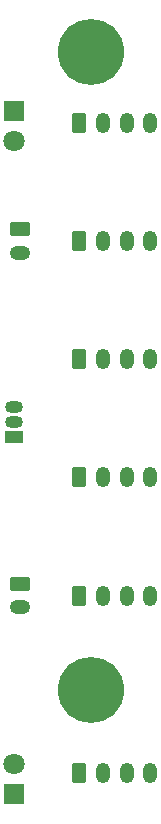
<source format=gbr>
%TF.GenerationSoftware,KiCad,Pcbnew,7.0.2*%
%TF.CreationDate,2023-07-26T10:45:46-04:00*%
%TF.ProjectId,i2csplitter,69326373-706c-4697-9474-65722e6b6963,rev?*%
%TF.SameCoordinates,Original*%
%TF.FileFunction,Soldermask,Bot*%
%TF.FilePolarity,Negative*%
%FSLAX46Y46*%
G04 Gerber Fmt 4.6, Leading zero omitted, Abs format (unit mm)*
G04 Created by KiCad (PCBNEW 7.0.2) date 2023-07-26 10:45:46*
%MOMM*%
%LPD*%
G01*
G04 APERTURE LIST*
G04 Aperture macros list*
%AMRoundRect*
0 Rectangle with rounded corners*
0 $1 Rounding radius*
0 $2 $3 $4 $5 $6 $7 $8 $9 X,Y pos of 4 corners*
0 Add a 4 corners polygon primitive as box body*
4,1,4,$2,$3,$4,$5,$6,$7,$8,$9,$2,$3,0*
0 Add four circle primitives for the rounded corners*
1,1,$1+$1,$2,$3*
1,1,$1+$1,$4,$5*
1,1,$1+$1,$6,$7*
1,1,$1+$1,$8,$9*
0 Add four rect primitives between the rounded corners*
20,1,$1+$1,$2,$3,$4,$5,0*
20,1,$1+$1,$4,$5,$6,$7,0*
20,1,$1+$1,$6,$7,$8,$9,0*
20,1,$1+$1,$8,$9,$2,$3,0*%
G04 Aperture macros list end*
%ADD10RoundRect,0.250000X-0.350000X-0.625000X0.350000X-0.625000X0.350000X0.625000X-0.350000X0.625000X0*%
%ADD11O,1.200000X1.750000*%
%ADD12R,1.800000X1.800000*%
%ADD13C,1.800000*%
%ADD14R,1.500000X1.050000*%
%ADD15O,1.500000X1.050000*%
%ADD16C,5.600000*%
%ADD17RoundRect,0.250000X-0.625000X0.350000X-0.625000X-0.350000X0.625000X-0.350000X0.625000X0.350000X0*%
%ADD18O,1.750000X1.200000*%
G04 APERTURE END LIST*
D10*
%TO.C,J4*%
X112000000Y-70000000D03*
D11*
X114000000Y-70000000D03*
X116000000Y-70000000D03*
X118000000Y-70000000D03*
%TD*%
D12*
%TO.C,D1*%
X106500000Y-106775000D03*
D13*
X106500000Y-104235000D03*
%TD*%
D14*
%TO.C,Q1*%
X106500000Y-76540000D03*
D15*
X106500000Y-75270000D03*
X106500000Y-74000000D03*
%TD*%
D10*
%TO.C,J5*%
X112000000Y-60000000D03*
D11*
X114000000Y-60000000D03*
X116000000Y-60000000D03*
X118000000Y-60000000D03*
%TD*%
D16*
%TO.C,H2*%
X113000000Y-44000000D03*
%TD*%
%TO.C,H1*%
X113000000Y-98000000D03*
%TD*%
D17*
%TO.C,J8*%
X107000000Y-59000000D03*
D18*
X107000000Y-61000000D03*
%TD*%
D12*
%TO.C,D2*%
X106500000Y-49000000D03*
D13*
X106500000Y-51540000D03*
%TD*%
D10*
%TO.C,J2*%
X112000000Y-90000000D03*
D11*
X114000000Y-90000000D03*
X116000000Y-90000000D03*
X118000000Y-90000000D03*
%TD*%
D17*
%TO.C,J7*%
X107000000Y-89000000D03*
D18*
X107000000Y-91000000D03*
%TD*%
D10*
%TO.C,J3*%
X112000000Y-80000000D03*
D11*
X114000000Y-80000000D03*
X116000000Y-80000000D03*
X118000000Y-80000000D03*
%TD*%
D10*
%TO.C,J1*%
X112000000Y-105000000D03*
D11*
X114000000Y-105000000D03*
X116000000Y-105000000D03*
X118000000Y-105000000D03*
%TD*%
D10*
%TO.C,J6*%
X112000000Y-50000000D03*
D11*
X114000000Y-50000000D03*
X116000000Y-50000000D03*
X118000000Y-50000000D03*
%TD*%
M02*

</source>
